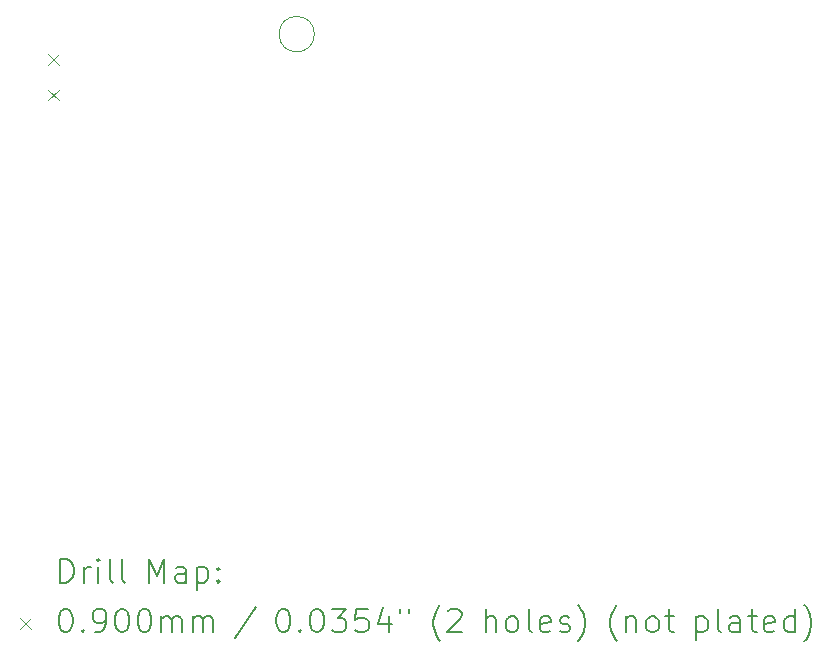
<source format=gbr>
%TF.GenerationSoftware,KiCad,Pcbnew,(7.0.0-0)*%
%TF.CreationDate,2023-07-23T12:51:36-06:00*%
%TF.ProjectId,SAO_pin,53414f5f-7069-46e2-9e6b-696361645f70,rev?*%
%TF.SameCoordinates,Original*%
%TF.FileFunction,Drillmap*%
%TF.FilePolarity,Positive*%
%FSLAX45Y45*%
G04 Gerber Fmt 4.5, Leading zero omitted, Abs format (unit mm)*
G04 Created by KiCad (PCBNEW (7.0.0-0)) date 2023-07-23 12:51:36*
%MOMM*%
%LPD*%
G01*
G04 APERTURE LIST*
%ADD10C,0.100000*%
%ADD11C,0.200000*%
%ADD12C,0.090000*%
G04 APERTURE END LIST*
D10*
X10450000Y-5350000D02*
G75*
G03*
X10450000Y-5350000I-150000J0D01*
G01*
D11*
D12*
X8194000Y-5520000D02*
X8284000Y-5610000D01*
X8284000Y-5520000D02*
X8194000Y-5610000D01*
X8194000Y-5820000D02*
X8284000Y-5910000D01*
X8284000Y-5820000D02*
X8194000Y-5910000D01*
D11*
X8297619Y-9993476D02*
X8297619Y-9793476D01*
X8297619Y-9793476D02*
X8345238Y-9793476D01*
X8345238Y-9793476D02*
X8373810Y-9803000D01*
X8373810Y-9803000D02*
X8392857Y-9822047D01*
X8392857Y-9822047D02*
X8402381Y-9841095D01*
X8402381Y-9841095D02*
X8411905Y-9879190D01*
X8411905Y-9879190D02*
X8411905Y-9907762D01*
X8411905Y-9907762D02*
X8402381Y-9945857D01*
X8402381Y-9945857D02*
X8392857Y-9964905D01*
X8392857Y-9964905D02*
X8373810Y-9983952D01*
X8373810Y-9983952D02*
X8345238Y-9993476D01*
X8345238Y-9993476D02*
X8297619Y-9993476D01*
X8497619Y-9993476D02*
X8497619Y-9860143D01*
X8497619Y-9898238D02*
X8507143Y-9879190D01*
X8507143Y-9879190D02*
X8516667Y-9869666D01*
X8516667Y-9869666D02*
X8535714Y-9860143D01*
X8535714Y-9860143D02*
X8554762Y-9860143D01*
X8621429Y-9993476D02*
X8621429Y-9860143D01*
X8621429Y-9793476D02*
X8611905Y-9803000D01*
X8611905Y-9803000D02*
X8621429Y-9812524D01*
X8621429Y-9812524D02*
X8630952Y-9803000D01*
X8630952Y-9803000D02*
X8621429Y-9793476D01*
X8621429Y-9793476D02*
X8621429Y-9812524D01*
X8745238Y-9993476D02*
X8726191Y-9983952D01*
X8726191Y-9983952D02*
X8716667Y-9964905D01*
X8716667Y-9964905D02*
X8716667Y-9793476D01*
X8850000Y-9993476D02*
X8830952Y-9983952D01*
X8830952Y-9983952D02*
X8821429Y-9964905D01*
X8821429Y-9964905D02*
X8821429Y-9793476D01*
X9046191Y-9993476D02*
X9046191Y-9793476D01*
X9046191Y-9793476D02*
X9112857Y-9936333D01*
X9112857Y-9936333D02*
X9179524Y-9793476D01*
X9179524Y-9793476D02*
X9179524Y-9993476D01*
X9360476Y-9993476D02*
X9360476Y-9888714D01*
X9360476Y-9888714D02*
X9350952Y-9869666D01*
X9350952Y-9869666D02*
X9331905Y-9860143D01*
X9331905Y-9860143D02*
X9293810Y-9860143D01*
X9293810Y-9860143D02*
X9274762Y-9869666D01*
X9360476Y-9983952D02*
X9341429Y-9993476D01*
X9341429Y-9993476D02*
X9293810Y-9993476D01*
X9293810Y-9993476D02*
X9274762Y-9983952D01*
X9274762Y-9983952D02*
X9265238Y-9964905D01*
X9265238Y-9964905D02*
X9265238Y-9945857D01*
X9265238Y-9945857D02*
X9274762Y-9926809D01*
X9274762Y-9926809D02*
X9293810Y-9917286D01*
X9293810Y-9917286D02*
X9341429Y-9917286D01*
X9341429Y-9917286D02*
X9360476Y-9907762D01*
X9455714Y-9860143D02*
X9455714Y-10060143D01*
X9455714Y-9869666D02*
X9474762Y-9860143D01*
X9474762Y-9860143D02*
X9512857Y-9860143D01*
X9512857Y-9860143D02*
X9531905Y-9869666D01*
X9531905Y-9869666D02*
X9541429Y-9879190D01*
X9541429Y-9879190D02*
X9550952Y-9898238D01*
X9550952Y-9898238D02*
X9550952Y-9955381D01*
X9550952Y-9955381D02*
X9541429Y-9974428D01*
X9541429Y-9974428D02*
X9531905Y-9983952D01*
X9531905Y-9983952D02*
X9512857Y-9993476D01*
X9512857Y-9993476D02*
X9474762Y-9993476D01*
X9474762Y-9993476D02*
X9455714Y-9983952D01*
X9636667Y-9974428D02*
X9646191Y-9983952D01*
X9646191Y-9983952D02*
X9636667Y-9993476D01*
X9636667Y-9993476D02*
X9627143Y-9983952D01*
X9627143Y-9983952D02*
X9636667Y-9974428D01*
X9636667Y-9974428D02*
X9636667Y-9993476D01*
X9636667Y-9869666D02*
X9646191Y-9879190D01*
X9646191Y-9879190D02*
X9636667Y-9888714D01*
X9636667Y-9888714D02*
X9627143Y-9879190D01*
X9627143Y-9879190D02*
X9636667Y-9869666D01*
X9636667Y-9869666D02*
X9636667Y-9888714D01*
D12*
X7960000Y-10295000D02*
X8050000Y-10385000D01*
X8050000Y-10295000D02*
X7960000Y-10385000D01*
D11*
X8335714Y-10213476D02*
X8354762Y-10213476D01*
X8354762Y-10213476D02*
X8373810Y-10223000D01*
X8373810Y-10223000D02*
X8383333Y-10232524D01*
X8383333Y-10232524D02*
X8392857Y-10251571D01*
X8392857Y-10251571D02*
X8402381Y-10289666D01*
X8402381Y-10289666D02*
X8402381Y-10337286D01*
X8402381Y-10337286D02*
X8392857Y-10375381D01*
X8392857Y-10375381D02*
X8383333Y-10394428D01*
X8383333Y-10394428D02*
X8373810Y-10403952D01*
X8373810Y-10403952D02*
X8354762Y-10413476D01*
X8354762Y-10413476D02*
X8335714Y-10413476D01*
X8335714Y-10413476D02*
X8316667Y-10403952D01*
X8316667Y-10403952D02*
X8307143Y-10394428D01*
X8307143Y-10394428D02*
X8297619Y-10375381D01*
X8297619Y-10375381D02*
X8288095Y-10337286D01*
X8288095Y-10337286D02*
X8288095Y-10289666D01*
X8288095Y-10289666D02*
X8297619Y-10251571D01*
X8297619Y-10251571D02*
X8307143Y-10232524D01*
X8307143Y-10232524D02*
X8316667Y-10223000D01*
X8316667Y-10223000D02*
X8335714Y-10213476D01*
X8488095Y-10394428D02*
X8497619Y-10403952D01*
X8497619Y-10403952D02*
X8488095Y-10413476D01*
X8488095Y-10413476D02*
X8478572Y-10403952D01*
X8478572Y-10403952D02*
X8488095Y-10394428D01*
X8488095Y-10394428D02*
X8488095Y-10413476D01*
X8592857Y-10413476D02*
X8630952Y-10413476D01*
X8630952Y-10413476D02*
X8650000Y-10403952D01*
X8650000Y-10403952D02*
X8659524Y-10394428D01*
X8659524Y-10394428D02*
X8678572Y-10365857D01*
X8678572Y-10365857D02*
X8688095Y-10327762D01*
X8688095Y-10327762D02*
X8688095Y-10251571D01*
X8688095Y-10251571D02*
X8678572Y-10232524D01*
X8678572Y-10232524D02*
X8669048Y-10223000D01*
X8669048Y-10223000D02*
X8650000Y-10213476D01*
X8650000Y-10213476D02*
X8611905Y-10213476D01*
X8611905Y-10213476D02*
X8592857Y-10223000D01*
X8592857Y-10223000D02*
X8583333Y-10232524D01*
X8583333Y-10232524D02*
X8573810Y-10251571D01*
X8573810Y-10251571D02*
X8573810Y-10299190D01*
X8573810Y-10299190D02*
X8583333Y-10318238D01*
X8583333Y-10318238D02*
X8592857Y-10327762D01*
X8592857Y-10327762D02*
X8611905Y-10337286D01*
X8611905Y-10337286D02*
X8650000Y-10337286D01*
X8650000Y-10337286D02*
X8669048Y-10327762D01*
X8669048Y-10327762D02*
X8678572Y-10318238D01*
X8678572Y-10318238D02*
X8688095Y-10299190D01*
X8811905Y-10213476D02*
X8830953Y-10213476D01*
X8830953Y-10213476D02*
X8850000Y-10223000D01*
X8850000Y-10223000D02*
X8859524Y-10232524D01*
X8859524Y-10232524D02*
X8869048Y-10251571D01*
X8869048Y-10251571D02*
X8878572Y-10289666D01*
X8878572Y-10289666D02*
X8878572Y-10337286D01*
X8878572Y-10337286D02*
X8869048Y-10375381D01*
X8869048Y-10375381D02*
X8859524Y-10394428D01*
X8859524Y-10394428D02*
X8850000Y-10403952D01*
X8850000Y-10403952D02*
X8830953Y-10413476D01*
X8830953Y-10413476D02*
X8811905Y-10413476D01*
X8811905Y-10413476D02*
X8792857Y-10403952D01*
X8792857Y-10403952D02*
X8783333Y-10394428D01*
X8783333Y-10394428D02*
X8773810Y-10375381D01*
X8773810Y-10375381D02*
X8764286Y-10337286D01*
X8764286Y-10337286D02*
X8764286Y-10289666D01*
X8764286Y-10289666D02*
X8773810Y-10251571D01*
X8773810Y-10251571D02*
X8783333Y-10232524D01*
X8783333Y-10232524D02*
X8792857Y-10223000D01*
X8792857Y-10223000D02*
X8811905Y-10213476D01*
X9002381Y-10213476D02*
X9021429Y-10213476D01*
X9021429Y-10213476D02*
X9040476Y-10223000D01*
X9040476Y-10223000D02*
X9050000Y-10232524D01*
X9050000Y-10232524D02*
X9059524Y-10251571D01*
X9059524Y-10251571D02*
X9069048Y-10289666D01*
X9069048Y-10289666D02*
X9069048Y-10337286D01*
X9069048Y-10337286D02*
X9059524Y-10375381D01*
X9059524Y-10375381D02*
X9050000Y-10394428D01*
X9050000Y-10394428D02*
X9040476Y-10403952D01*
X9040476Y-10403952D02*
X9021429Y-10413476D01*
X9021429Y-10413476D02*
X9002381Y-10413476D01*
X9002381Y-10413476D02*
X8983333Y-10403952D01*
X8983333Y-10403952D02*
X8973810Y-10394428D01*
X8973810Y-10394428D02*
X8964286Y-10375381D01*
X8964286Y-10375381D02*
X8954762Y-10337286D01*
X8954762Y-10337286D02*
X8954762Y-10289666D01*
X8954762Y-10289666D02*
X8964286Y-10251571D01*
X8964286Y-10251571D02*
X8973810Y-10232524D01*
X8973810Y-10232524D02*
X8983333Y-10223000D01*
X8983333Y-10223000D02*
X9002381Y-10213476D01*
X9154762Y-10413476D02*
X9154762Y-10280143D01*
X9154762Y-10299190D02*
X9164286Y-10289666D01*
X9164286Y-10289666D02*
X9183333Y-10280143D01*
X9183333Y-10280143D02*
X9211905Y-10280143D01*
X9211905Y-10280143D02*
X9230953Y-10289666D01*
X9230953Y-10289666D02*
X9240476Y-10308714D01*
X9240476Y-10308714D02*
X9240476Y-10413476D01*
X9240476Y-10308714D02*
X9250000Y-10289666D01*
X9250000Y-10289666D02*
X9269048Y-10280143D01*
X9269048Y-10280143D02*
X9297619Y-10280143D01*
X9297619Y-10280143D02*
X9316667Y-10289666D01*
X9316667Y-10289666D02*
X9326191Y-10308714D01*
X9326191Y-10308714D02*
X9326191Y-10413476D01*
X9421429Y-10413476D02*
X9421429Y-10280143D01*
X9421429Y-10299190D02*
X9430953Y-10289666D01*
X9430953Y-10289666D02*
X9450000Y-10280143D01*
X9450000Y-10280143D02*
X9478572Y-10280143D01*
X9478572Y-10280143D02*
X9497619Y-10289666D01*
X9497619Y-10289666D02*
X9507143Y-10308714D01*
X9507143Y-10308714D02*
X9507143Y-10413476D01*
X9507143Y-10308714D02*
X9516667Y-10289666D01*
X9516667Y-10289666D02*
X9535714Y-10280143D01*
X9535714Y-10280143D02*
X9564286Y-10280143D01*
X9564286Y-10280143D02*
X9583334Y-10289666D01*
X9583334Y-10289666D02*
X9592857Y-10308714D01*
X9592857Y-10308714D02*
X9592857Y-10413476D01*
X9950953Y-10203952D02*
X9779524Y-10461095D01*
X10175714Y-10213476D02*
X10194762Y-10213476D01*
X10194762Y-10213476D02*
X10213810Y-10223000D01*
X10213810Y-10223000D02*
X10223334Y-10232524D01*
X10223334Y-10232524D02*
X10232857Y-10251571D01*
X10232857Y-10251571D02*
X10242381Y-10289666D01*
X10242381Y-10289666D02*
X10242381Y-10337286D01*
X10242381Y-10337286D02*
X10232857Y-10375381D01*
X10232857Y-10375381D02*
X10223334Y-10394428D01*
X10223334Y-10394428D02*
X10213810Y-10403952D01*
X10213810Y-10403952D02*
X10194762Y-10413476D01*
X10194762Y-10413476D02*
X10175714Y-10413476D01*
X10175714Y-10413476D02*
X10156667Y-10403952D01*
X10156667Y-10403952D02*
X10147143Y-10394428D01*
X10147143Y-10394428D02*
X10137619Y-10375381D01*
X10137619Y-10375381D02*
X10128095Y-10337286D01*
X10128095Y-10337286D02*
X10128095Y-10289666D01*
X10128095Y-10289666D02*
X10137619Y-10251571D01*
X10137619Y-10251571D02*
X10147143Y-10232524D01*
X10147143Y-10232524D02*
X10156667Y-10223000D01*
X10156667Y-10223000D02*
X10175714Y-10213476D01*
X10328095Y-10394428D02*
X10337619Y-10403952D01*
X10337619Y-10403952D02*
X10328095Y-10413476D01*
X10328095Y-10413476D02*
X10318572Y-10403952D01*
X10318572Y-10403952D02*
X10328095Y-10394428D01*
X10328095Y-10394428D02*
X10328095Y-10413476D01*
X10461429Y-10213476D02*
X10480476Y-10213476D01*
X10480476Y-10213476D02*
X10499524Y-10223000D01*
X10499524Y-10223000D02*
X10509048Y-10232524D01*
X10509048Y-10232524D02*
X10518572Y-10251571D01*
X10518572Y-10251571D02*
X10528095Y-10289666D01*
X10528095Y-10289666D02*
X10528095Y-10337286D01*
X10528095Y-10337286D02*
X10518572Y-10375381D01*
X10518572Y-10375381D02*
X10509048Y-10394428D01*
X10509048Y-10394428D02*
X10499524Y-10403952D01*
X10499524Y-10403952D02*
X10480476Y-10413476D01*
X10480476Y-10413476D02*
X10461429Y-10413476D01*
X10461429Y-10413476D02*
X10442381Y-10403952D01*
X10442381Y-10403952D02*
X10432857Y-10394428D01*
X10432857Y-10394428D02*
X10423334Y-10375381D01*
X10423334Y-10375381D02*
X10413810Y-10337286D01*
X10413810Y-10337286D02*
X10413810Y-10289666D01*
X10413810Y-10289666D02*
X10423334Y-10251571D01*
X10423334Y-10251571D02*
X10432857Y-10232524D01*
X10432857Y-10232524D02*
X10442381Y-10223000D01*
X10442381Y-10223000D02*
X10461429Y-10213476D01*
X10594762Y-10213476D02*
X10718572Y-10213476D01*
X10718572Y-10213476D02*
X10651905Y-10289666D01*
X10651905Y-10289666D02*
X10680476Y-10289666D01*
X10680476Y-10289666D02*
X10699524Y-10299190D01*
X10699524Y-10299190D02*
X10709048Y-10308714D01*
X10709048Y-10308714D02*
X10718572Y-10327762D01*
X10718572Y-10327762D02*
X10718572Y-10375381D01*
X10718572Y-10375381D02*
X10709048Y-10394428D01*
X10709048Y-10394428D02*
X10699524Y-10403952D01*
X10699524Y-10403952D02*
X10680476Y-10413476D01*
X10680476Y-10413476D02*
X10623334Y-10413476D01*
X10623334Y-10413476D02*
X10604286Y-10403952D01*
X10604286Y-10403952D02*
X10594762Y-10394428D01*
X10899524Y-10213476D02*
X10804286Y-10213476D01*
X10804286Y-10213476D02*
X10794762Y-10308714D01*
X10794762Y-10308714D02*
X10804286Y-10299190D01*
X10804286Y-10299190D02*
X10823334Y-10289666D01*
X10823334Y-10289666D02*
X10870953Y-10289666D01*
X10870953Y-10289666D02*
X10890000Y-10299190D01*
X10890000Y-10299190D02*
X10899524Y-10308714D01*
X10899524Y-10308714D02*
X10909048Y-10327762D01*
X10909048Y-10327762D02*
X10909048Y-10375381D01*
X10909048Y-10375381D02*
X10899524Y-10394428D01*
X10899524Y-10394428D02*
X10890000Y-10403952D01*
X10890000Y-10403952D02*
X10870953Y-10413476D01*
X10870953Y-10413476D02*
X10823334Y-10413476D01*
X10823334Y-10413476D02*
X10804286Y-10403952D01*
X10804286Y-10403952D02*
X10794762Y-10394428D01*
X11080476Y-10280143D02*
X11080476Y-10413476D01*
X11032857Y-10203952D02*
X10985238Y-10346809D01*
X10985238Y-10346809D02*
X11109048Y-10346809D01*
X11175715Y-10213476D02*
X11175715Y-10251571D01*
X11251905Y-10213476D02*
X11251905Y-10251571D01*
X11514762Y-10489666D02*
X11505238Y-10480143D01*
X11505238Y-10480143D02*
X11486191Y-10451571D01*
X11486191Y-10451571D02*
X11476667Y-10432524D01*
X11476667Y-10432524D02*
X11467143Y-10403952D01*
X11467143Y-10403952D02*
X11457619Y-10356333D01*
X11457619Y-10356333D02*
X11457619Y-10318238D01*
X11457619Y-10318238D02*
X11467143Y-10270619D01*
X11467143Y-10270619D02*
X11476667Y-10242047D01*
X11476667Y-10242047D02*
X11486191Y-10223000D01*
X11486191Y-10223000D02*
X11505238Y-10194428D01*
X11505238Y-10194428D02*
X11514762Y-10184905D01*
X11581429Y-10232524D02*
X11590953Y-10223000D01*
X11590953Y-10223000D02*
X11610000Y-10213476D01*
X11610000Y-10213476D02*
X11657619Y-10213476D01*
X11657619Y-10213476D02*
X11676667Y-10223000D01*
X11676667Y-10223000D02*
X11686191Y-10232524D01*
X11686191Y-10232524D02*
X11695714Y-10251571D01*
X11695714Y-10251571D02*
X11695714Y-10270619D01*
X11695714Y-10270619D02*
X11686191Y-10299190D01*
X11686191Y-10299190D02*
X11571905Y-10413476D01*
X11571905Y-10413476D02*
X11695714Y-10413476D01*
X11901429Y-10413476D02*
X11901429Y-10213476D01*
X11987143Y-10413476D02*
X11987143Y-10308714D01*
X11987143Y-10308714D02*
X11977619Y-10289666D01*
X11977619Y-10289666D02*
X11958572Y-10280143D01*
X11958572Y-10280143D02*
X11930000Y-10280143D01*
X11930000Y-10280143D02*
X11910953Y-10289666D01*
X11910953Y-10289666D02*
X11901429Y-10299190D01*
X12110953Y-10413476D02*
X12091905Y-10403952D01*
X12091905Y-10403952D02*
X12082381Y-10394428D01*
X12082381Y-10394428D02*
X12072857Y-10375381D01*
X12072857Y-10375381D02*
X12072857Y-10318238D01*
X12072857Y-10318238D02*
X12082381Y-10299190D01*
X12082381Y-10299190D02*
X12091905Y-10289666D01*
X12091905Y-10289666D02*
X12110953Y-10280143D01*
X12110953Y-10280143D02*
X12139524Y-10280143D01*
X12139524Y-10280143D02*
X12158572Y-10289666D01*
X12158572Y-10289666D02*
X12168095Y-10299190D01*
X12168095Y-10299190D02*
X12177619Y-10318238D01*
X12177619Y-10318238D02*
X12177619Y-10375381D01*
X12177619Y-10375381D02*
X12168095Y-10394428D01*
X12168095Y-10394428D02*
X12158572Y-10403952D01*
X12158572Y-10403952D02*
X12139524Y-10413476D01*
X12139524Y-10413476D02*
X12110953Y-10413476D01*
X12291905Y-10413476D02*
X12272857Y-10403952D01*
X12272857Y-10403952D02*
X12263334Y-10384905D01*
X12263334Y-10384905D02*
X12263334Y-10213476D01*
X12444286Y-10403952D02*
X12425238Y-10413476D01*
X12425238Y-10413476D02*
X12387143Y-10413476D01*
X12387143Y-10413476D02*
X12368095Y-10403952D01*
X12368095Y-10403952D02*
X12358572Y-10384905D01*
X12358572Y-10384905D02*
X12358572Y-10308714D01*
X12358572Y-10308714D02*
X12368095Y-10289666D01*
X12368095Y-10289666D02*
X12387143Y-10280143D01*
X12387143Y-10280143D02*
X12425238Y-10280143D01*
X12425238Y-10280143D02*
X12444286Y-10289666D01*
X12444286Y-10289666D02*
X12453810Y-10308714D01*
X12453810Y-10308714D02*
X12453810Y-10327762D01*
X12453810Y-10327762D02*
X12358572Y-10346809D01*
X12530000Y-10403952D02*
X12549048Y-10413476D01*
X12549048Y-10413476D02*
X12587143Y-10413476D01*
X12587143Y-10413476D02*
X12606191Y-10403952D01*
X12606191Y-10403952D02*
X12615715Y-10384905D01*
X12615715Y-10384905D02*
X12615715Y-10375381D01*
X12615715Y-10375381D02*
X12606191Y-10356333D01*
X12606191Y-10356333D02*
X12587143Y-10346809D01*
X12587143Y-10346809D02*
X12558572Y-10346809D01*
X12558572Y-10346809D02*
X12539524Y-10337286D01*
X12539524Y-10337286D02*
X12530000Y-10318238D01*
X12530000Y-10318238D02*
X12530000Y-10308714D01*
X12530000Y-10308714D02*
X12539524Y-10289666D01*
X12539524Y-10289666D02*
X12558572Y-10280143D01*
X12558572Y-10280143D02*
X12587143Y-10280143D01*
X12587143Y-10280143D02*
X12606191Y-10289666D01*
X12682381Y-10489666D02*
X12691905Y-10480143D01*
X12691905Y-10480143D02*
X12710953Y-10451571D01*
X12710953Y-10451571D02*
X12720476Y-10432524D01*
X12720476Y-10432524D02*
X12730000Y-10403952D01*
X12730000Y-10403952D02*
X12739524Y-10356333D01*
X12739524Y-10356333D02*
X12739524Y-10318238D01*
X12739524Y-10318238D02*
X12730000Y-10270619D01*
X12730000Y-10270619D02*
X12720476Y-10242047D01*
X12720476Y-10242047D02*
X12710953Y-10223000D01*
X12710953Y-10223000D02*
X12691905Y-10194428D01*
X12691905Y-10194428D02*
X12682381Y-10184905D01*
X13011905Y-10489666D02*
X13002381Y-10480143D01*
X13002381Y-10480143D02*
X12983334Y-10451571D01*
X12983334Y-10451571D02*
X12973810Y-10432524D01*
X12973810Y-10432524D02*
X12964286Y-10403952D01*
X12964286Y-10403952D02*
X12954762Y-10356333D01*
X12954762Y-10356333D02*
X12954762Y-10318238D01*
X12954762Y-10318238D02*
X12964286Y-10270619D01*
X12964286Y-10270619D02*
X12973810Y-10242047D01*
X12973810Y-10242047D02*
X12983334Y-10223000D01*
X12983334Y-10223000D02*
X13002381Y-10194428D01*
X13002381Y-10194428D02*
X13011905Y-10184905D01*
X13088095Y-10280143D02*
X13088095Y-10413476D01*
X13088095Y-10299190D02*
X13097619Y-10289666D01*
X13097619Y-10289666D02*
X13116667Y-10280143D01*
X13116667Y-10280143D02*
X13145238Y-10280143D01*
X13145238Y-10280143D02*
X13164286Y-10289666D01*
X13164286Y-10289666D02*
X13173810Y-10308714D01*
X13173810Y-10308714D02*
X13173810Y-10413476D01*
X13297619Y-10413476D02*
X13278572Y-10403952D01*
X13278572Y-10403952D02*
X13269048Y-10394428D01*
X13269048Y-10394428D02*
X13259524Y-10375381D01*
X13259524Y-10375381D02*
X13259524Y-10318238D01*
X13259524Y-10318238D02*
X13269048Y-10299190D01*
X13269048Y-10299190D02*
X13278572Y-10289666D01*
X13278572Y-10289666D02*
X13297619Y-10280143D01*
X13297619Y-10280143D02*
X13326191Y-10280143D01*
X13326191Y-10280143D02*
X13345238Y-10289666D01*
X13345238Y-10289666D02*
X13354762Y-10299190D01*
X13354762Y-10299190D02*
X13364286Y-10318238D01*
X13364286Y-10318238D02*
X13364286Y-10375381D01*
X13364286Y-10375381D02*
X13354762Y-10394428D01*
X13354762Y-10394428D02*
X13345238Y-10403952D01*
X13345238Y-10403952D02*
X13326191Y-10413476D01*
X13326191Y-10413476D02*
X13297619Y-10413476D01*
X13421429Y-10280143D02*
X13497619Y-10280143D01*
X13450000Y-10213476D02*
X13450000Y-10384905D01*
X13450000Y-10384905D02*
X13459524Y-10403952D01*
X13459524Y-10403952D02*
X13478572Y-10413476D01*
X13478572Y-10413476D02*
X13497619Y-10413476D01*
X13684286Y-10280143D02*
X13684286Y-10480143D01*
X13684286Y-10289666D02*
X13703334Y-10280143D01*
X13703334Y-10280143D02*
X13741429Y-10280143D01*
X13741429Y-10280143D02*
X13760476Y-10289666D01*
X13760476Y-10289666D02*
X13770000Y-10299190D01*
X13770000Y-10299190D02*
X13779524Y-10318238D01*
X13779524Y-10318238D02*
X13779524Y-10375381D01*
X13779524Y-10375381D02*
X13770000Y-10394428D01*
X13770000Y-10394428D02*
X13760476Y-10403952D01*
X13760476Y-10403952D02*
X13741429Y-10413476D01*
X13741429Y-10413476D02*
X13703334Y-10413476D01*
X13703334Y-10413476D02*
X13684286Y-10403952D01*
X13893810Y-10413476D02*
X13874762Y-10403952D01*
X13874762Y-10403952D02*
X13865238Y-10384905D01*
X13865238Y-10384905D02*
X13865238Y-10213476D01*
X14055715Y-10413476D02*
X14055715Y-10308714D01*
X14055715Y-10308714D02*
X14046191Y-10289666D01*
X14046191Y-10289666D02*
X14027143Y-10280143D01*
X14027143Y-10280143D02*
X13989048Y-10280143D01*
X13989048Y-10280143D02*
X13970000Y-10289666D01*
X14055715Y-10403952D02*
X14036667Y-10413476D01*
X14036667Y-10413476D02*
X13989048Y-10413476D01*
X13989048Y-10413476D02*
X13970000Y-10403952D01*
X13970000Y-10403952D02*
X13960476Y-10384905D01*
X13960476Y-10384905D02*
X13960476Y-10365857D01*
X13960476Y-10365857D02*
X13970000Y-10346809D01*
X13970000Y-10346809D02*
X13989048Y-10337286D01*
X13989048Y-10337286D02*
X14036667Y-10337286D01*
X14036667Y-10337286D02*
X14055715Y-10327762D01*
X14122381Y-10280143D02*
X14198572Y-10280143D01*
X14150953Y-10213476D02*
X14150953Y-10384905D01*
X14150953Y-10384905D02*
X14160476Y-10403952D01*
X14160476Y-10403952D02*
X14179524Y-10413476D01*
X14179524Y-10413476D02*
X14198572Y-10413476D01*
X14341429Y-10403952D02*
X14322381Y-10413476D01*
X14322381Y-10413476D02*
X14284286Y-10413476D01*
X14284286Y-10413476D02*
X14265238Y-10403952D01*
X14265238Y-10403952D02*
X14255715Y-10384905D01*
X14255715Y-10384905D02*
X14255715Y-10308714D01*
X14255715Y-10308714D02*
X14265238Y-10289666D01*
X14265238Y-10289666D02*
X14284286Y-10280143D01*
X14284286Y-10280143D02*
X14322381Y-10280143D01*
X14322381Y-10280143D02*
X14341429Y-10289666D01*
X14341429Y-10289666D02*
X14350953Y-10308714D01*
X14350953Y-10308714D02*
X14350953Y-10327762D01*
X14350953Y-10327762D02*
X14255715Y-10346809D01*
X14522381Y-10413476D02*
X14522381Y-10213476D01*
X14522381Y-10403952D02*
X14503334Y-10413476D01*
X14503334Y-10413476D02*
X14465238Y-10413476D01*
X14465238Y-10413476D02*
X14446191Y-10403952D01*
X14446191Y-10403952D02*
X14436667Y-10394428D01*
X14436667Y-10394428D02*
X14427143Y-10375381D01*
X14427143Y-10375381D02*
X14427143Y-10318238D01*
X14427143Y-10318238D02*
X14436667Y-10299190D01*
X14436667Y-10299190D02*
X14446191Y-10289666D01*
X14446191Y-10289666D02*
X14465238Y-10280143D01*
X14465238Y-10280143D02*
X14503334Y-10280143D01*
X14503334Y-10280143D02*
X14522381Y-10289666D01*
X14598572Y-10489666D02*
X14608096Y-10480143D01*
X14608096Y-10480143D02*
X14627143Y-10451571D01*
X14627143Y-10451571D02*
X14636667Y-10432524D01*
X14636667Y-10432524D02*
X14646191Y-10403952D01*
X14646191Y-10403952D02*
X14655715Y-10356333D01*
X14655715Y-10356333D02*
X14655715Y-10318238D01*
X14655715Y-10318238D02*
X14646191Y-10270619D01*
X14646191Y-10270619D02*
X14636667Y-10242047D01*
X14636667Y-10242047D02*
X14627143Y-10223000D01*
X14627143Y-10223000D02*
X14608096Y-10194428D01*
X14608096Y-10194428D02*
X14598572Y-10184905D01*
M02*

</source>
